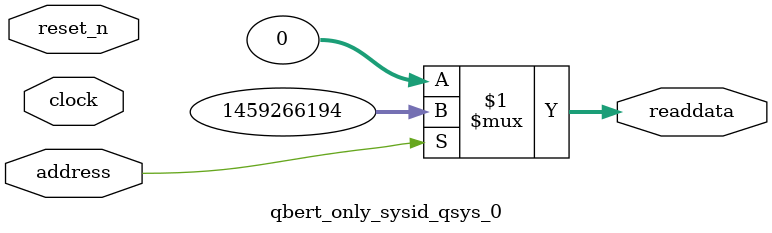
<source format=v>

`timescale 1ns / 1ps
// synthesis translate_on

// turn off superfluous verilog processor warnings 
// altera message_level Level1 
// altera message_off 10034 10035 10036 10037 10230 10240 10030 

module qbert_only_sysid_qsys_0 (
               // inputs:
                address,
                clock,
                reset_n,

               // outputs:
                readdata
             )
;

  output  [ 31: 0] readdata;
  input            address;
  input            clock;
  input            reset_n;

  wire    [ 31: 0] readdata;
  //control_slave, which is an e_avalon_slave
  assign readdata = address ? 1459266194 : 0;

endmodule




</source>
